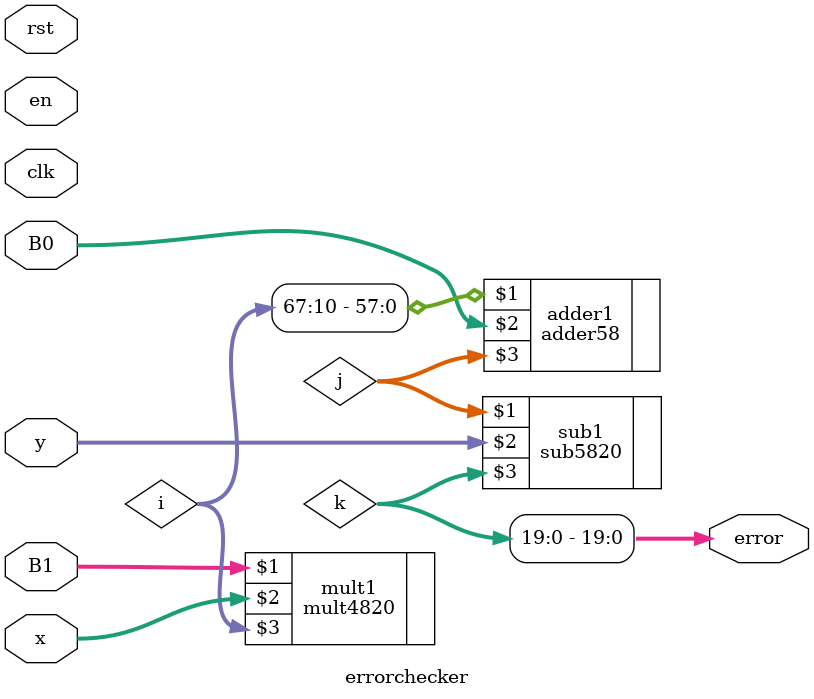
<source format=sv>
`timescale 1ns/1ns
module errorchecker(en,clk,rst,B0,B1,x,y, error);
	input en,clk,rst;
	input [47:0] B1;
	input [57:0] B0;
	input [19:0] x,y;

	wire [67:0] i;
	wire [57:0] j;
	wire [57:0] k;

	output [19:0] error;

	assign error = k[19:0];

	mult4820 mult1(B1,x, i);
	adder58 adder1(i[67:10],B0, j);
	sub5820 sub1(j,y, k);

endmodule

</source>
